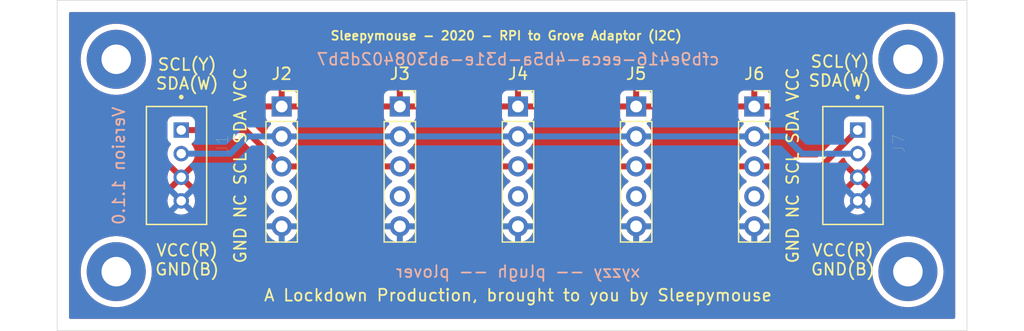
<source format=kicad_pcb>
(kicad_pcb (version 20221018) (generator pcbnew)
  (title_block (title "RPi to Grove") (rev "1.1.0"))
  (layers (0 "F.Cu" signal) (31 "B.Cu" signal) (34 "B.Paste" user) (35 "F.Paste" user) (36 "B.SilkS" user "B.Silkscreen") (37 "F.SilkS" user "F.Silkscreen") (38 "B.Mask" user) (39 "F.Mask" user) (44 "Edge.Cuts" user))
  (net 0 "")
  (net 1 "Net-(J1-Pad2)")
  (net 2 "Net-(J1-Pad1)")
  (net 3 "Net-(J2-Pad4)")
  (net 4 "Net-(J3-Pad4)")
  (net 5 "Net-(J4-Pad4)")
  (net 6 "Net-(J5-Pad4)")
  (net 7 "Net-(J6-Pad4)")
  (net 8 "GND")
  (net 9 "VCC")
  (footprint "custom:GroveConnector" (layer "F.Cu") (at 93.5 105 -90)
    (fp_text reference "J1" (at -1.825 -3.485 90) (layer "F.SilkS") (effects (font (thickness 0.015))))
    (fp_text value "Grove")
    (fp_line (start -5 -2.15) (end 5 -2.15) (stroke (width 0.127)) (layer "F.SilkS"))
    (fp_line (start -5 2.95) (end -5 -2.15) (stroke (width 0.127)) (layer "F.SilkS"))
    (fp_line (start 5 -2.15) (end 5 2.95) (stroke (width 0.127)) (layer "F.SilkS"))
    (fp_line (start 5 2.95) (end -5 2.95) (stroke (width 0.127)) (layer "F.SilkS"))
    (fp_circle (center -5.8 0) (end -5.7 0) (stroke (width 0.2)) (fill none) (layer "F.SilkS"))
    (pad "1" thru_hole rect (at -3 0 270) (size 1.308 1.308) (drill 0.8) (layers "*.Cu" "*.Mask") (net 2 "Net-(J1-Pad1)"))
    (pad "2" thru_hole circle (at -1 0 270) (size 1.308 1.308) (drill 0.8) (layers "*.Cu" "*.Mask") (net 1 "Net-(J1-Pad2)"))
    (pad "3" thru_hole circle (at 1 0 270) (size 1.308 1.308) (drill 0.8) (layers "*.Cu" "*.Mask") (net 9 "VCC"))
    (pad "4" thru_hole circle (at 3 0 270) (size 1.308 1.308) (drill 0.8) (layers "*.Cu" "*.Mask") (net 8 "GND"))
  )
  (footprint "Connector_PinSocket_2.54mm:PinSocket_1x05_P2.54mm_Vertical" (layer "F.Cu") (at 102 100)
    (fp_text reference "J2" (at 0 -2.77) (layer "F.SilkS"))
    (fp_text value "Conn_01x05_Male(RPiHeader)")
    (fp_line (start -1.33 1.27) (end -1.33 11.49) (stroke (width 0.12)) (layer "F.SilkS"))
    (fp_line (start -1.33 1.27) (end 1.33 1.27) (stroke (width 0.12)) (layer "F.SilkS"))
    (fp_line (start -1.33 11.49) (end 1.33 11.49) (stroke (width 0.12)) (layer "F.SilkS"))
    (fp_line (start 0 -1.33) (end 1.33 -1.33) (stroke (width 0.12)) (layer "F.SilkS"))
    (fp_line (start 1.33 -1.33) (end 1.33 0) (stroke (width 0.12)) (layer "F.SilkS"))
    (fp_line (start 1.33 1.27) (end 1.33 11.49) (stroke (width 0.12)) (layer "F.SilkS"))
    (pad "1" thru_hole rect (at 0 0) (size 1.7 1.7) (drill 1) (layers "*.Cu" "*.Mask") (net 9 "VCC"))
    (pad "2" thru_hole oval (at 0 2.54) (size 1.7 1.7) (drill 1) (layers "*.Cu" "*.Mask") (net 1 "Net-(J1-Pad2)"))
    (pad "3" thru_hole oval (at 0 5.08) (size 1.7 1.7) (drill 1) (layers "*.Cu" "*.Mask") (net 2 "Net-(J1-Pad1)"))
    (pad "4" thru_hole oval (at 0 7.62) (size 1.7 1.7) (drill 1) (layers "*.Cu" "*.Mask") (net 3 "Net-(J2-Pad4)"))
    (pad "5" thru_hole oval (at 0 10.16) (size 1.7 1.7) (drill 1) (layers "*.Cu" "*.Mask") (net 8 "GND"))
  )
  (footprint "Connector_PinSocket_2.54mm:PinSocket_1x05_P2.54mm_Vertical" (layer "F.Cu") (at 112 100)
    (fp_text reference "J3" (at 0 -2.77) (layer "F.SilkS"))
    (fp_text value "Conn_01x05_Male(RPiHeader)")
    (fp_line (start -1.33 1.27) (end -1.33 11.49) (stroke (width 0.12)) (layer "F.SilkS"))
    (fp_line (start -1.33 1.27) (end 1.33 1.27) (stroke (width 0.12)) (layer "F.SilkS"))
    (fp_line (start -1.33 11.49) (end 1.33 11.49) (stroke (width 0.12)) (layer "F.SilkS"))
    (fp_line (start 0 -1.33) (end 1.33 -1.33) (stroke (width 0.12)) (layer "F.SilkS"))
    (fp_line (start 1.33 -1.33) (end 1.33 0) (stroke (width 0.12)) (layer "F.SilkS"))
    (fp_line (start 1.33 1.27) (end 1.33 11.49) (stroke (width 0.12)) (layer "F.SilkS"))
    (pad "1" thru_hole rect (at 0 0) (size 1.7 1.7) (drill 1) (layers "*.Cu" "*.Mask") (net 9 "VCC"))
    (pad "2" thru_hole oval (at 0 2.54) (size 1.7 1.7) (drill 1) (layers "*.Cu" "*.Mask") (net 1 "Net-(J1-Pad2)"))
    (pad "3" thru_hole oval (at 0 5.08) (size 1.7 1.7) (drill 1) (layers "*.Cu" "*.Mask") (net 2 "Net-(J1-Pad1)"))
    (pad "4" thru_hole oval (at 0 7.62) (size 1.7 1.7) (drill 1) (layers "*.Cu" "*.Mask") (net 4 "Net-(J3-Pad4)"))
    (pad "5" thru_hole oval (at 0 10.16) (size 1.7 1.7) (drill 1) (layers "*.Cu" "*.Mask") (net 8 "GND"))
  )
  (footprint "Connector_PinSocket_2.54mm:PinSocket_1x05_P2.54mm_Vertical" (layer "F.Cu") (at 122 100)
    (fp_text reference "J4" (at 0 -2.77) (layer "F.SilkS"))
    (fp_text value "Conn_01x05_Male(RPiHeader)")
    (fp_line (start -1.33 1.27) (end -1.33 11.49) (stroke (width 0.12)) (layer "F.SilkS"))
    (fp_line (start -1.33 1.27) (end 1.33 1.27) (stroke (width 0.12)) (layer "F.SilkS"))
    (fp_line (start -1.33 11.49) (end 1.33 11.49) (stroke (width 0.12)) (layer "F.SilkS"))
    (fp_line (start 0 -1.33) (end 1.33 -1.33) (stroke (width 0.12)) (layer "F.SilkS"))
    (fp_line (start 1.33 -1.33) (end 1.33 0) (stroke (width 0.12)) (layer "F.SilkS"))
    (fp_line (start 1.33 1.27) (end 1.33 11.49) (stroke (width 0.12)) (layer "F.SilkS"))
    (pad "1" thru_hole rect (at 0 0) (size 1.7 1.7) (drill 1) (layers "*.Cu" "*.Mask") (net 9 "VCC"))
    (pad "2" thru_hole oval (at 0 2.54) (size 1.7 1.7) (drill 1) (layers "*.Cu" "*.Mask") (net 1 "Net-(J1-Pad2)"))
    (pad "3" thru_hole oval (at 0 5.08) (size 1.7 1.7) (drill 1) (layers "*.Cu" "*.Mask") (net 2 "Net-(J1-Pad1)"))
    (pad "4" thru_hole oval (at 0 7.62) (size 1.7 1.7) (drill 1) (layers "*.Cu" "*.Mask") (net 5 "Net-(J4-Pad4)"))
    (pad "5" thru_hole oval (at 0 10.16) (size 1.7 1.7) (drill 1) (layers "*.Cu" "*.Mask") (net 8 "GND"))
  )
  (footprint "Connector_PinSocket_2.54mm:PinSocket_1x05_P2.54mm_Vertical" (layer "F.Cu") (at 132 100)
    (fp_text reference "J5" (at 0 -2.77) (layer "F.SilkS"))
    (fp_text value "Conn_01x05_Male(RPiHeader)")
    (fp_line (start -1.33 1.27) (end -1.33 11.49) (stroke (width 0.12)) (layer "F.SilkS"))
    (fp_line (start -1.33 1.27) (end 1.33 1.27) (stroke (width 0.12)) (layer "F.SilkS"))
    (fp_line (start -1.33 11.49) (end 1.33 11.49) (stroke (width 0.12)) (layer "F.SilkS"))
    (fp_line (start 0 -1.33) (end 1.33 -1.33) (stroke (width 0.12)) (layer "F.SilkS"))
    (fp_line (start 1.33 -1.33) (end 1.33 0) (stroke (width 0.12)) (layer "F.SilkS"))
    (fp_line (start 1.33 1.27) (end 1.33 11.49) (stroke (width 0.12)) (layer "F.SilkS"))
    (pad "1" thru_hole rect (at 0 0) (size 1.7 1.7) (drill 1) (layers "*.Cu" "*.Mask") (net 9 "VCC"))
    (pad "2" thru_hole oval (at 0 2.54) (size 1.7 1.7) (drill 1) (layers "*.Cu" "*.Mask") (net 1 "Net-(J1-Pad2)"))
    (pad "3" thru_hole oval (at 0 5.08) (size 1.7 1.7) (drill 1) (layers "*.Cu" "*.Mask") (net 2 "Net-(J1-Pad1)"))
    (pad "4" thru_hole oval (at 0 7.62) (size 1.7 1.7) (drill 1) (layers "*.Cu" "*.Mask") (net 6 "Net-(J5-Pad4)"))
    (pad "5" thru_hole oval (at 0 10.16) (size 1.7 1.7) (drill 1) (layers "*.Cu" "*.Mask") (net 8 "GND"))
  )
  (footprint "Connector_PinSocket_2.54mm:PinSocket_1x05_P2.54mm_Vertical" (layer "F.Cu") (at 142 100)
    (fp_text reference "J6" (at 0 -2.77) (layer "F.SilkS"))
    (fp_text value "Conn_01x05_Male(RPiHeader)")
    (fp_line (start -1.33 1.27) (end -1.33 11.49) (stroke (width 0.12)) (layer "F.SilkS"))
    (fp_line (start -1.33 1.27) (end 1.33 1.27) (stroke (width 0.12)) (layer "F.SilkS"))
    (fp_line (start -1.33 11.49) (end 1.33 11.49) (stroke (width 0.12)) (layer "F.SilkS"))
    (fp_line (start 0 -1.33) (end 1.33 -1.33) (stroke (width 0.12)) (layer "F.SilkS"))
    (fp_line (start 1.33 -1.33) (end 1.33 0) (stroke (width 0.12)) (layer "F.SilkS"))
    (fp_line (start 1.33 1.27) (end 1.33 11.49) (stroke (width 0.12)) (layer "F.SilkS"))
    (pad "1" thru_hole rect (at 0 0) (size 1.7 1.7) (drill 1) (layers "*.Cu" "*.Mask") (net 9 "VCC"))
    (pad "2" thru_hole oval (at 0 2.54) (size 1.7 1.7) (drill 1) (layers "*.Cu" "*.Mask") (net 1 "Net-(J1-Pad2)"))
    (pad "3" thru_hole oval (at 0 5.08) (size 1.7 1.7) (drill 1) (layers "*.Cu" "*.Mask") (net 2 "Net-(J1-Pad1)"))
    (pad "4" thru_hole oval (at 0 7.62) (size 1.7 1.7) (drill 1) (layers "*.Cu" "*.Mask") (net 7 "Net-(J6-Pad4)"))
    (pad "5" thru_hole oval (at 0 10.16) (size 1.7 1.7) (drill 1) (layers "*.Cu" "*.Mask") (net 8 "GND"))
  )
  (footprint "custom:GroveConnector" (layer "F.Cu") (at 150.75 105 -90)
    (fp_text reference "J7" (at -1.825 -3.485 90) (layer "F.SilkS") (effects (font (thickness 0.015))))
    (fp_text value "Grove")
    (fp_line (start -5 -2.15) (end 5 -2.15) (stroke (width 0.127)) (layer "F.SilkS"))
    (fp_line (start -5 2.95) (end -5 -2.15) (stroke (width 0.127)) (layer "F.SilkS"))
    (fp_line (start 5 -2.15) (end 5 2.95) (stroke (width 0.127)) (layer "F.SilkS"))
    (fp_line (start 5 2.95) (end -5 2.95) (stroke (width 0.127)) (layer "F.SilkS"))
    (fp_circle (center -5.8 0) (end -5.7 0) (stroke (width 0.2)) (fill none) (layer "F.SilkS"))
    (pad "1" thru_hole rect (at -3 0 270) (size 1.308 1.308) (drill 0.8) (layers "*.Cu" "*.Mask") (net 2 "Net-(J1-Pad1)"))
    (pad "2" thru_hole circle (at -1 0 270) (size 1.308 1.308) (drill 0.8) (layers "*.Cu" "*.Mask") (net 1 "Net-(J1-Pad2)"))
    (pad "3" thru_hole circle (at 1 0 270) (size 1.308 1.308) (drill 0.8) (layers "*.Cu" "*.Mask") (net 9 "VCC"))
    (pad "4" thru_hole circle (at 3 0 270) (size 1.308 1.308) (drill 0.8) (layers "*.Cu" "*.Mask") (net 8 "GND"))
  )
  (footprint "MountingHole:MountingHole_2.5mm_Pad" (layer "F.Cu") (at 155 96)
    (fp_text reference "REF**" hide)
    (fp_text value "MountingHole_2.5mm_Pad")
    (pad "" np_thru_hole circle (at 0 0) (size 5 5) (drill 2.5) (layers "*.Cu" "*.Mask"))
  )
  (footprint "MountingHole:MountingHole_2.5mm_Pad" (layer "F.Cu") (at 88 96)
    (fp_text reference "REF**" hide)
    (fp_text value "MountingHole_2.5mm_Pad")
    (pad "" np_thru_hole circle (at 0 0) (size 5 5) (drill 2.5) (layers "*.Cu" "*.Mask"))
  )
  (footprint "MountingHole:MountingHole_2.5mm_Pad" (layer "F.Cu") (at 88 114)
    (fp_text reference "REF**" hide)
    (fp_text value "MountingHole_2.5mm_Pad")
    (pad "" np_thru_hole circle (at 0 0) (size 5 5) (drill 2.5) (layers "*.Cu" "*.Mask"))
  )
  (footprint "MountingHole:MountingHole_2.5mm_Pad" (layer "F.Cu") (at 155 114)
    (fp_text reference "REF**" hide)
    (fp_text value "MountingHole_2.5mm_Pad")
    (pad "" np_thru_hole circle (at 0 0) (size 5 5) (drill 2.5) (layers "*.Cu" "*.Mask"))
  )
  (gr_line (start 83 91) (end 160 91) (stroke (width 0.05)) (layer "Edge.Cuts"))
  (gr_line (start 160 119) (end 83 119) (stroke (width 0.05)) (layer "Edge.Cuts"))
  (gr_line (start 83 91) (end 83 119) (stroke (width 0.05)) (layer "Edge.Cuts"))
  (gr_line (start 160 91) (end 160 119) (stroke (width 0.05)) (layer "Edge.Cuts"))
  (gr_text "xyzzy -- plugh -- plover" (at 122 114) (layer "B.SilkS") (effects (font (size 1 1)) (justify mirror)))
  (gr_text "cfb9e416-eeca-4b5a-b31e-ab308402d5b7" (at 122 96) (layer "B.SilkS") (effects (font (size 1 1)) (justify mirror)))
  (gr_text "Version 1.1.0" (at 88.21928 105.029 90) (layer "B.SilkS") (effects (font (size 1 1)) (justify mirror)))
  (gr_text "SCL(Y)\nSDA(W)" (at 149.25 97) (layer "F.SilkS") (effects (font (size 1 1))))
  (gr_text "VCC(R)\nGND(B)" (at 149.5 113) (layer "F.SilkS") (effects (font (size 1 1))))
  (gr_text "GND NC SCL SDA VCC" (at 145.25 105 90) (layer "F.SilkS") (effects (font (size 1 1))))
  (gr_text "SCL(Y)\nSDA(W)" (at 94 97.25) (layer "F.SilkS") (effects (font (size 1 1))))
  (gr_text "VCC(R)\nGND(B)" (at 94 113) (layer "F.SilkS") (effects (font (size 1 1))))
  (gr_text "Sleepymouse - 2020 - RPI to Grove Adaptor (I2C)" (at 121 94) (layer "F.SilkS") (effects (font (size 0.75 0.75))))
  (gr_text "A Lockdown Production, brought to you by Sleepymouse" (at 122 116) (layer "F.SilkS") (effects (font (size 1 1))))
  (gr_text "GND NC SCL SDA VCC" (at 98.5 105 90) (layer "F.SilkS") (effects (font (size 1 1))))
  (segment (start 102 102.54) (end 142 102.54) (width 0.508) (layer "B.Cu") (net 1))
  (segment (start 146.05284 104) (end 144.59284 102.54) (width 0.508) (layer "B.Cu") (net 1))
  (segment (start 150.75 104) (end 146.05284 104) (width 0.508) (layer "B.Cu") (net 1))
  (segment (start 93.5 104) (end 97.6506 104) (width 0.508) (layer "B.Cu") (net 1))
  (segment (start 99.1106 102.54) (end 102 102.54) (width 0.508) (layer "B.Cu") (net 1))
  (segment (start 144.59284 102.54) (end 142 102.54) (width 0.508) (layer "B.Cu") (net 1))
  (segment (start 97.6506 104) (end 99.1106 102.54) (width 0.508) (layer "B.Cu") (net 1))
  (segment (start 93.5 102) (end 98.92 102) (width 0.508) (layer "F.Cu") (net 2))
  (segment (start 102 105.08) (end 112 105.08) (width 0.508) (layer "F.Cu") (net 2))
  (segment (start 112 105.08) (end 147.67 105.08) (width 0.508) (layer "F.Cu") (net 2))
  (segment (start 98.92 102) (end 102 105.08) (width 0.508) (layer "F.Cu") (net 2))
  (segment (start 147.67 105.08) (end 150.75 102) (width 0.508) (layer "F.Cu") (net 2))
  (zone (net 9) (net_name "VCC") (layer "F.Cu") (connect_pads (clearance 0.508)) (min_thickness 0.254) (fill yes (thermal_gap 0.508) (thermal_bridge_width 0.508))
    (polygon (pts (xy 159 118) (xy 84 118) (xy 84 92) (xy 159 92)))
  )
  (zone (net 8) (net_name "GND") (layer "B.Cu") (connect_pads (clearance 0.508)) (min_thickness 0.254) (fill yes (thermal_gap 0.508) (thermal_bridge_width 0.508))
    (polygon (pts (xy 159 118) (xy 84 118) (xy 84 92) (xy 159 92)))
  )
)
</source>
